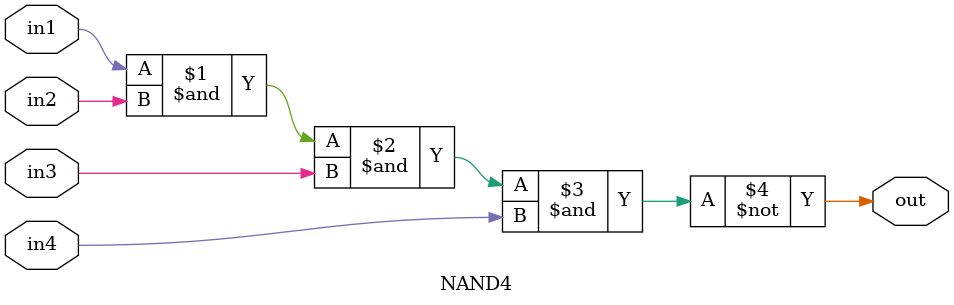
<source format=v>
`timescale 1ns / 1ps

module NAND4(in1, in2, in3, in4, out);
    input in1, in2, in3, in4;
    output out;
    assign out = ~(in1 & in2 & in3 & in4);
endmodule

</source>
